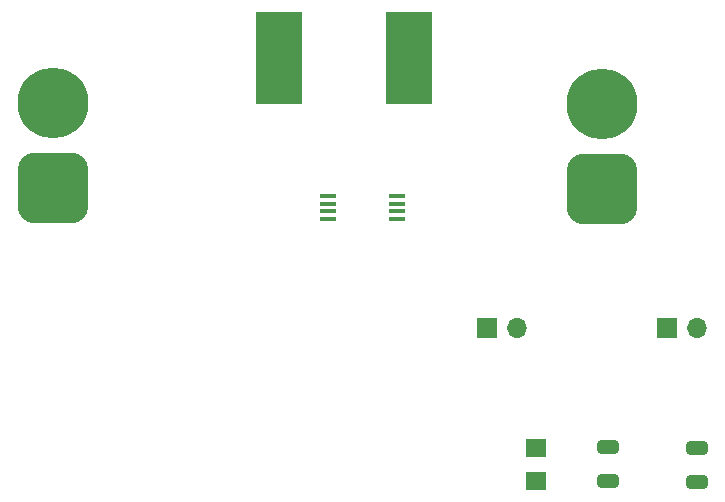
<source format=gts>
%TF.GenerationSoftware,KiCad,Pcbnew,7.0.2*%
%TF.CreationDate,2023-09-06T16:15:59-07:00*%
%TF.ProjectId,Current Sense Standalone,43757272-656e-4742-9053-656e73652053,rev?*%
%TF.SameCoordinates,Original*%
%TF.FileFunction,Soldermask,Top*%
%TF.FilePolarity,Negative*%
%FSLAX46Y46*%
G04 Gerber Fmt 4.6, Leading zero omitted, Abs format (unit mm)*
G04 Created by KiCad (PCBNEW 7.0.2) date 2023-09-06 16:15:59*
%MOMM*%
%LPD*%
G01*
G04 APERTURE LIST*
G04 Aperture macros list*
%AMRoundRect*
0 Rectangle with rounded corners*
0 $1 Rounding radius*
0 $2 $3 $4 $5 $6 $7 $8 $9 X,Y pos of 4 corners*
0 Add a 4 corners polygon primitive as box body*
4,1,4,$2,$3,$4,$5,$6,$7,$8,$9,$2,$3,0*
0 Add four circle primitives for the rounded corners*
1,1,$1+$1,$2,$3*
1,1,$1+$1,$4,$5*
1,1,$1+$1,$6,$7*
1,1,$1+$1,$8,$9*
0 Add four rect primitives between the rounded corners*
20,1,$1+$1,$2,$3,$4,$5,0*
20,1,$1+$1,$4,$5,$6,$7,0*
20,1,$1+$1,$6,$7,$8,$9,0*
20,1,$1+$1,$8,$9,$2,$3,0*%
G04 Aperture macros list end*
%ADD10RoundRect,1.500000X1.500000X-1.500000X1.500000X1.500000X-1.500000X1.500000X-1.500000X-1.500000X0*%
%ADD11C,6.000000*%
%ADD12RoundRect,0.250000X-0.650000X0.325000X-0.650000X-0.325000X0.650000X-0.325000X0.650000X0.325000X0*%
%ADD13R,1.800000X1.600000*%
%ADD14R,4.000000X7.800000*%
%ADD15R,1.700000X1.700000*%
%ADD16O,1.700000X1.700000*%
%ADD17R,1.473200X0.355600*%
G04 APERTURE END LIST*
D10*
X154558994Y-97461689D03*
D11*
X154558994Y-90261689D03*
D12*
X162560000Y-119380000D03*
X162560000Y-122330000D03*
D13*
X148971000Y-119380000D03*
X148971000Y-122180000D03*
D14*
X138220000Y-86360000D03*
X127220000Y-86360000D03*
D12*
X155015000Y-119305000D03*
X155015000Y-122255000D03*
D15*
X160020000Y-109220000D03*
D16*
X162560000Y-109220000D03*
D17*
X131318000Y-98085001D03*
X131318000Y-98734999D03*
X131318000Y-99385001D03*
X131318000Y-100034999D03*
X137160000Y-100034999D03*
X137160000Y-99385001D03*
X137160000Y-98734999D03*
X137160000Y-98085001D03*
D10*
X108024461Y-97415276D03*
D11*
X108024461Y-90215276D03*
D15*
X144780000Y-109220000D03*
D16*
X147320000Y-109220000D03*
M02*

</source>
